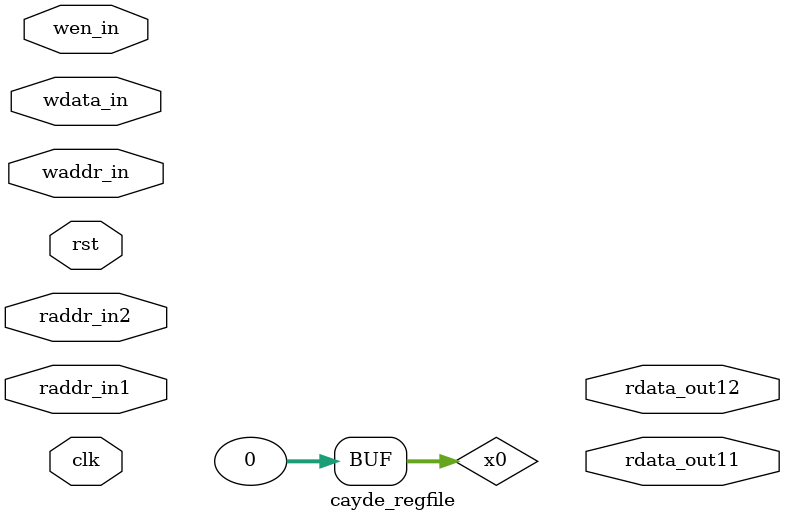
<source format=v>
module cayde_regfile (
	clk,
	rst,
	raddr_in1,
	raddr_in2,
	waddr_in,
	wdata_in,
	wen_in,
	rdata_out11,
	rdata_out12
);
	input wire clk;
	input wire rst;
	input wire [4:0] raddr_in1;
	input wire [4:0] raddr_in2;
	input wire [4:0] waddr_in;
	input wire [31:0] wdata_in;
	input wire wen_in;
	output wire [31:0] rdata_out11;
	output wire [31:0] rdata_out12;
	reg [31:0] x0 = 32'b00000000000000000000000000000000;
	reg [31:0] x1;
	reg [31:0] x2;
	reg [31:0] x3;
	reg [31:0] x4;
	reg [31:0] x5;
	reg [31:0] x6;
	reg [31:0] x7;
	reg [31:0] x8;
	reg [31:0] x9;
	reg [31:0] x10;
	reg [31:0] x11;
	reg [31:0] x12;
	reg [31:0] x13;
	reg [31:0] x14;
	reg [31:0] x15;
	reg [31:0] x16;
	reg [31:0] x17;
	reg [31:0] x18;
	reg [31:0] x19;
	reg [31:0] x20;
	reg [31:0] x21;
	reg [31:0] x22;
	reg [31:0] x23;
	reg [31:0] x24;
	reg [31:0] x25;
	reg [31:0] x26;
	reg [31:0] x27;
	reg [31:0] x28;
	reg [31:0] x29;
	reg [31:0] x30;
	reg [31:0] x31;
	always @(*)
		case (raddr_in1)
			5'b00000: rdata_out1 <= x0;
			5'b00001: rdata_out1 <= x1;
			5'b00010: rdata_out1 <= x2;
			5'b00011: rdata_out1 <= x3;
			5'b00100: rdata_out1 <= x4;
			5'b00101: rdata_out1 <= x5;
			5'b00110: rdata_out1 <= x6;
			5'b00111: rdata_out1 <= x7;
			5'b01000: rdata_out1 <= x8;
			5'b01001: rdata_out1 <= x9;
			5'b01010: rdata_out1 <= x10;
			5'b01011: rdata_out1 <= x11;
			5'b01100: rdata_out1 <= x12;
			5'b01101: rdata_out1 <= x13;
			5'b01110: rdata_out1 <= x14;
			5'b01111: rdata_out1 <= x15;
			5'b10000: rdata_out1 <= x16;
			5'b10001: rdata_out1 <= x17;
			5'b10010: rdata_out1 <= x18;
			5'b10011: rdata_out1 <= x19;
			5'b10100: rdata_out1 <= x20;
			5'b10101: rdata_out1 <= x21;
			5'b10110: rdata_out1 <= x22;
			5'b10111: rdata_out1 <= x23;
			5'b11000: rdata_out1 <= x24;
			5'b11001: rdata_out1 <= x25;
			5'b11010: rdata_out1 <= x26;
			5'b11011: rdata_out1 <= x27;
			5'b11100: rdata_out1 <= x28;
			5'b11101: rdata_out1 <= x29;
			5'b11110: rdata_out1 <= x30;
			5'b11111: rdata_out1 <= x31;
			default: rdata_out1 <= x0;
		endcase
	always @(*)
		case (raddr_in2)
			5'b00000: rdata_out2 <= x0;
			5'b00001: rdata_out2 <= x1;
			5'b00010: rdata_out2 <= x2;
			5'b00011: rdata_out2 <= x3;
			5'b00100: rdata_out2 <= x4;
			5'b00101: rdata_out2 <= x5;
			5'b00110: rdata_out2 <= x6;
			5'b00111: rdata_out2 <= x7;
			5'b01000: rdata_out2 <= x8;
			5'b01001: rdata_out2 <= x9;
			5'b01010: rdata_out2 <= x10;
			5'b01011: rdata_out2 <= x11;
			5'b01100: rdata_out2 <= x12;
			5'b01101: rdata_out2 <= x13;
			5'b01110: rdata_out2 <= x14;
			5'b01111: rdata_out2 <= x15;
			5'b10000: rdata_out2 <= x16;
			5'b10001: rdata_out2 <= x17;
			5'b10010: rdata_out2 <= x18;
			5'b10011: rdata_out2 <= x19;
			5'b10100: rdata_out2 <= x20;
			5'b10101: rdata_out2 <= x21;
			5'b10110: rdata_out2 <= x22;
			5'b10111: rdata_out2 <= x23;
			5'b11000: rdata_out2 <= x24;
			5'b11001: rdata_out2 <= x25;
			5'b11010: rdata_out2 <= x26;
			5'b11011: rdata_out2 <= x27;
			5'b11100: rdata_out2 <= x28;
			5'b11101: rdata_out2 <= x29;
			5'b11110: rdata_out2 <= x30;
			5'b11111: rdata_out2 <= x31;
			default: rdata_out2 <= x0;
		endcase
	always @(posedge clk)
		if (rst == 1) begin
			x1 <= 32'b00000000000000000000000000000000;
			x2 <= 32'b00000000000000000000000000000000;
			x3 <= 32'b00000000000000000000000000000000;
			x4 <= 32'b00000000000000000000000000000000;
			x5 <= 32'b00000000000000000000000000000000;
			x6 <= 32'b00000000000000000000000000000000;
			x7 <= 32'b00000000000000000000000000000000;
			x8 <= 32'b00000000000000000000000000000000;
			x9 <= 32'b00000000000000000000000000000000;
			x10 <= 32'b00000000000000000000000000000000;
			x11 <= 32'b00000000000000000000000000000000;
			x12 <= 32'b00000000000000000000000000000000;
			x13 <= 32'b00000000000000000000000000000000;
			x14 <= 32'b00000000000000000000000000000000;
			x15 <= 32'b00000000000000000000000000000000;
			x16 <= 32'b00000000000000000000000000000000;
			x17 <= 32'b00000000000000000000000000000000;
			x18 <= 32'b00000000000000000000000000000000;
			x19 <= 32'b00000000000000000000000000000000;
			x20 <= 32'b00000000000000000000000000000000;
			x21 <= 32'b00000000000000000000000000000000;
			x22 <= 32'b00000000000000000000000000000000;
			x23 <= 32'b00000000000000000000000000000000;
			x24 <= 32'b00000000000000000000000000000000;
			x25 <= 32'b00000000000000000000000000000000;
			x26 <= 32'b00000000000000000000000000000000;
			x27 <= 32'b00000000000000000000000000000000;
			x28 <= 32'b00000000000000000000000000000000;
			x29 <= 32'b00000000000000000000000000000000;
			x30 <= 32'b00000000000000000000000000000000;
			x31 <= 32'b00000000000000000000000000000000;
		end
		else if (wen_in)
			case (waddr_in)
				5'b00000: wdata_out <= x0;
				5'b00001: wdata_out <= x1;
				5'b00010: wdata_out <= x2;
				5'b00011: wdata_out <= x3;
				5'b00100: wdata_out <= x4;
				5'b00101: wdata_out <= x5;
				5'b00110: wdata_out <= x6;
				5'b00111: wdata_out <= x7;
				5'b01000: wdata_out <= x8;
				5'b01001: wdata_out <= x9;
				5'b01010: wdata_out <= x10;
				5'b01011: wdata_out <= x11;
				5'b01100: wdata_out <= x12;
				5'b01101: wdata_out <= x13;
				5'b01110: wdata_out <= x14;
				5'b01111: wdata_out <= x15;
				5'b10000: wdata_out <= x16;
				5'b10001: wdata_out <= x17;
				5'b10010: wdata_out <= x18;
				5'b10011: wdata_out <= x19;
				5'b10100: wdata_out <= x20;
				5'b10101: wdata_out <= x21;
				5'b10110: wdata_out <= x22;
				5'b10111: wdata_out <= x23;
				5'b11000: wdata_out <= x24;
				5'b11001: wdata_out <= x25;
				5'b11010: wdata_out <= x26;
				5'b11011: wdata_out <= x27;
				5'b11100: wdata_out <= x28;
				5'b11101: wdata_out <= x29;
				5'b11110: wdata_out <= x30;
				5'b11111: wdata_out <= x31;
				default: wdata_out <= x0;
			endcase
endmodule

</source>
